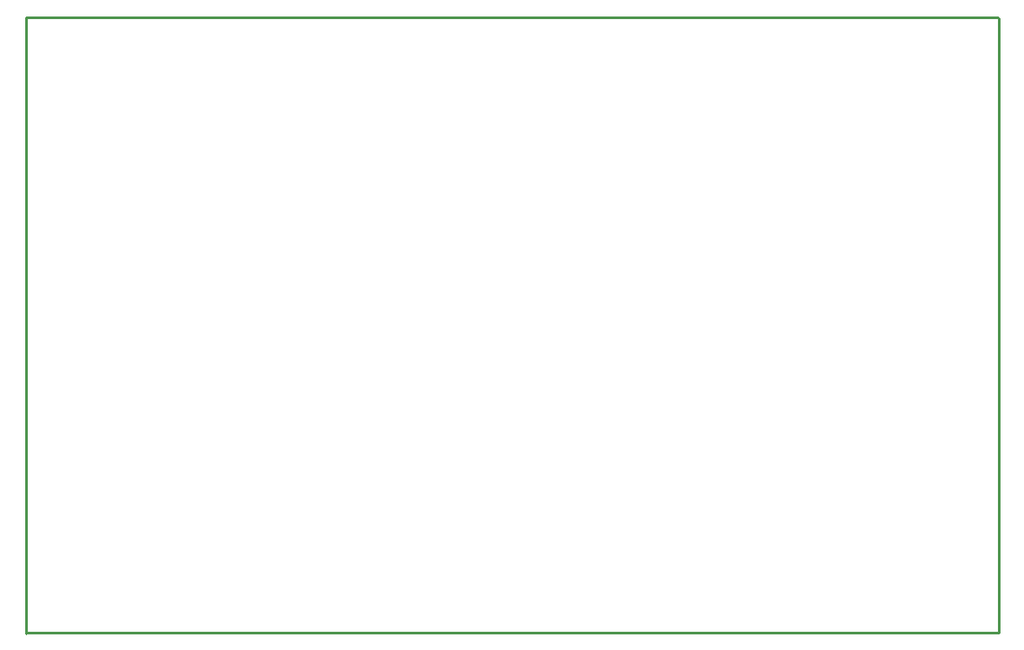
<source format=gko>
G04 Layer_Color=16711935*
%FSLAX44Y44*%
%MOMM*%
G71*
G01*
G75*
%ADD11C,0.2540*%
D11*
X901446Y1312450D02*
Y1350010D01*
Y1199769D02*
Y1237329D01*
Y1312450D01*
Y749046D02*
Y899287D01*
X1849882Y749808D02*
Y1349248D01*
X901700Y749808D02*
X1849882D01*
X901446Y899287D02*
Y1199769D01*
X901700Y1350264D02*
X1848866D01*
M02*

</source>
